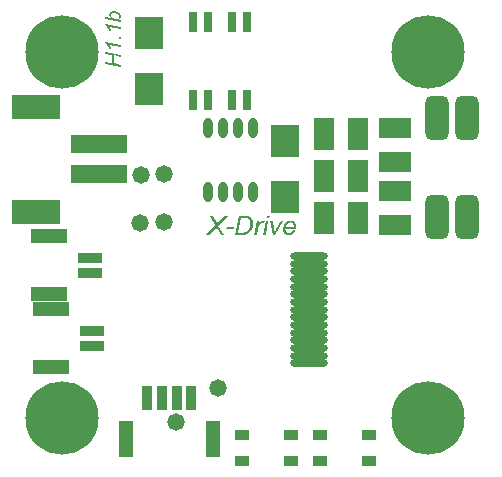
<source format=gts>
G04*
G04 #@! TF.GenerationSoftware,Altium Limited,Altium Designer,20.0.2 (26)*
G04*
G04 Layer_Color=8388736*
%FSLAX25Y25*%
%MOIN*%
G70*
G01*
G75*
%ADD30O,0.03162X0.06776*%
%ADD31O,0.03162X0.06776*%
%ADD32R,0.16154X0.07887*%
%ADD33R,0.18517X0.05918*%
%ADD34R,0.12160X0.04720*%
%ADD35R,0.07950X0.03800*%
%ADD36R,0.04720X0.12160*%
%ADD37R,0.03800X0.07950*%
%ADD38O,0.12611X0.02375*%
%ADD39R,0.10800X0.06800*%
%ADD40R,0.06800X0.10800*%
G04:AMPARAMS|DCode=41|XSize=78mil|YSize=148mil|CornerRadius=21.5mil|HoleSize=0mil|Usage=FLASHONLY|Rotation=0.000|XOffset=0mil|YOffset=0mil|HoleType=Round|Shape=RoundedRectangle|*
%AMROUNDEDRECTD41*
21,1,0.07800,0.10500,0,0,0.0*
21,1,0.03500,0.14800,0,0,0.0*
1,1,0.04300,0.01750,-0.05250*
1,1,0.04300,-0.01750,-0.05250*
1,1,0.04300,-0.01750,0.05250*
1,1,0.04300,0.01750,0.05250*
%
%ADD41ROUNDEDRECTD41*%
%ADD42R,0.04934X0.03359*%
%ADD43R,0.09461X0.10642*%
%ADD44R,0.03162X0.06706*%
%ADD45C,0.05800*%
%ADD46C,0.24422*%
G36*
X40576Y156000D02*
X40626D01*
X40681Y155994D01*
X40748Y155988D01*
X40887Y155972D01*
X41036Y155944D01*
X41197Y155911D01*
X41353Y155866D01*
X41358D01*
X41369Y155861D01*
X41392Y155850D01*
X41419Y155844D01*
X41453Y155827D01*
X41497Y155811D01*
X41591Y155772D01*
X41697Y155722D01*
X41813Y155666D01*
X41924Y155600D01*
X42035Y155528D01*
X42041D01*
X42046Y155517D01*
X42080Y155494D01*
X42130Y155456D01*
X42196Y155400D01*
X42263Y155339D01*
X42341Y155267D01*
X42413Y155189D01*
X42479Y155112D01*
X42485Y155100D01*
X42507Y155073D01*
X42535Y155034D01*
X42574Y154973D01*
X42613Y154906D01*
X42652Y154834D01*
X42690Y154751D01*
X42724Y154667D01*
X42729Y154656D01*
X42735Y154629D01*
X42751Y154584D01*
X42763Y154529D01*
X42779Y154462D01*
X42796Y154390D01*
X42801Y154312D01*
X42807Y154235D01*
Y154201D01*
X42801Y154174D01*
Y154146D01*
X42796Y154107D01*
X42785Y154024D01*
X42763Y153924D01*
X42729Y153818D01*
X42679Y153707D01*
X42618Y153602D01*
Y153596D01*
X42607Y153591D01*
X42579Y153558D01*
X42535Y153507D01*
X42474Y153446D01*
X42391Y153380D01*
X42285Y153308D01*
X42169Y153241D01*
X42030Y153180D01*
X42724Y153030D01*
Y152475D01*
X37601Y153546D01*
Y154174D01*
X39432Y153791D01*
X39427Y153796D01*
X39421Y153802D01*
X39405Y153818D01*
X39388Y153840D01*
X39338Y153896D01*
X39283Y153968D01*
X39216Y154051D01*
X39155Y154140D01*
X39094Y154235D01*
X39044Y154323D01*
Y154329D01*
X39038Y154334D01*
X39027Y154362D01*
X39005Y154412D01*
X38983Y154473D01*
X38966Y154551D01*
X38944Y154634D01*
X38933Y154723D01*
X38927Y154817D01*
Y154867D01*
X38933Y154901D01*
X38939Y154945D01*
X38950Y154995D01*
X38961Y155056D01*
X38977Y155117D01*
X38994Y155178D01*
X39022Y155250D01*
X39055Y155322D01*
X39088Y155389D01*
X39138Y155461D01*
X39188Y155533D01*
X39249Y155600D01*
X39316Y155666D01*
X39322Y155672D01*
X39333Y155683D01*
X39355Y155700D01*
X39388Y155722D01*
X39427Y155744D01*
X39477Y155772D01*
X39538Y155805D01*
X39604Y155839D01*
X39677Y155866D01*
X39766Y155900D01*
X39854Y155927D01*
X39960Y155955D01*
X40065Y155972D01*
X40187Y155988D01*
X40315Y156000D01*
X40448Y156005D01*
X40454D01*
X40470D01*
X40498D01*
X40531D01*
X40576Y156000D01*
D02*
G37*
G36*
X42724Y150605D02*
Y149978D01*
X38861Y150788D01*
X38866Y150783D01*
X38877Y150766D01*
X38900Y150733D01*
X38927Y150694D01*
X38961Y150638D01*
X39005Y150572D01*
X39050Y150494D01*
X39094Y150405D01*
X39149Y150305D01*
X39199Y150194D01*
X39255Y150072D01*
X39310Y149944D01*
X39366Y149800D01*
X39416Y149650D01*
X39466Y149484D01*
X39516Y149312D01*
X38944Y149428D01*
Y149434D01*
X38933Y149451D01*
X38927Y149473D01*
X38911Y149512D01*
X38894Y149550D01*
X38872Y149600D01*
X38844Y149661D01*
X38816Y149722D01*
X38744Y149861D01*
X38661Y150022D01*
X38567Y150189D01*
X38456Y150361D01*
X38450Y150366D01*
X38445Y150383D01*
X38428Y150405D01*
X38406Y150438D01*
X38378Y150477D01*
X38345Y150516D01*
X38273Y150621D01*
X38189Y150733D01*
X38100Y150844D01*
X38012Y150954D01*
X37923Y151049D01*
X37917Y151054D01*
X37895Y151071D01*
X37867Y151099D01*
X37828Y151132D01*
X37779Y151171D01*
X37723Y151215D01*
X37657Y151265D01*
X37584Y151310D01*
Y151676D01*
X42724Y150605D01*
D02*
G37*
G36*
Y147386D02*
Y146670D01*
X42008Y146825D01*
Y147541D01*
X42724Y147386D01*
D02*
G37*
G36*
Y144639D02*
Y144011D01*
X38861Y144822D01*
X38866Y144816D01*
X38877Y144800D01*
X38900Y144766D01*
X38927Y144727D01*
X38961Y144672D01*
X39005Y144605D01*
X39050Y144528D01*
X39094Y144439D01*
X39149Y144339D01*
X39199Y144228D01*
X39255Y144106D01*
X39310Y143978D01*
X39366Y143834D01*
X39416Y143684D01*
X39466Y143517D01*
X39516Y143345D01*
X38944Y143462D01*
Y143468D01*
X38933Y143484D01*
X38927Y143506D01*
X38911Y143545D01*
X38894Y143584D01*
X38872Y143634D01*
X38844Y143695D01*
X38816Y143756D01*
X38744Y143895D01*
X38661Y144056D01*
X38567Y144222D01*
X38456Y144394D01*
X38450Y144400D01*
X38445Y144417D01*
X38428Y144439D01*
X38406Y144472D01*
X38378Y144511D01*
X38345Y144550D01*
X38273Y144655D01*
X38189Y144766D01*
X38100Y144877D01*
X38012Y144988D01*
X37923Y145083D01*
X37917Y145088D01*
X37895Y145105D01*
X37867Y145133D01*
X37828Y145166D01*
X37779Y145205D01*
X37723Y145249D01*
X37657Y145299D01*
X37584Y145343D01*
Y145710D01*
X42724Y144639D01*
D02*
G37*
G36*
Y141458D02*
Y140781D01*
X40309Y141281D01*
Y138606D01*
X42724Y138101D01*
Y137424D01*
X37601Y138495D01*
Y139172D01*
X39732Y138728D01*
Y141403D01*
X37601Y141852D01*
Y142530D01*
X42724Y141458D01*
D02*
G37*
G36*
X92113Y86934D02*
X91329D01*
X91516Y87829D01*
X92300D01*
X92113Y86934D01*
D02*
G37*
G36*
X75283Y84526D02*
X77046Y81424D01*
X76116D01*
X75075Y83297D01*
X75068Y83311D01*
X75048Y83346D01*
X75020Y83408D01*
X74978Y83492D01*
X74930Y83596D01*
X74867Y83714D01*
X74805Y83853D01*
X74728Y84005D01*
Y83998D01*
X74714Y83991D01*
X74687Y83950D01*
X74631Y83880D01*
X74562Y83797D01*
X74479Y83693D01*
X74381Y83575D01*
X74270Y83450D01*
X74145Y83318D01*
X72362Y81424D01*
X71231D01*
X74277Y84665D01*
X72473Y87829D01*
X73417D01*
X74236Y86372D01*
X74243Y86365D01*
X74250Y86344D01*
X74263Y86316D01*
X74291Y86282D01*
X74312Y86240D01*
X74340Y86185D01*
X74409Y86073D01*
X74471Y85962D01*
X74534Y85851D01*
X74562Y85803D01*
X74583Y85761D01*
X74603Y85726D01*
X74617Y85706D01*
X74624Y85699D01*
X74638Y85671D01*
X74659Y85622D01*
X74687Y85567D01*
X74721Y85491D01*
X74763Y85407D01*
X74805Y85310D01*
X74853Y85206D01*
X74860Y85213D01*
X74867Y85227D01*
X74888Y85248D01*
X74916Y85282D01*
X74950Y85331D01*
X74992Y85379D01*
X75041Y85442D01*
X75103Y85511D01*
X75165Y85588D01*
X75242Y85671D01*
X75325Y85768D01*
X75415Y85865D01*
X75512Y85976D01*
X75624Y86094D01*
X75735Y86212D01*
X75859Y86344D01*
X77254Y87829D01*
X78386D01*
X75283Y84526D01*
D02*
G37*
G36*
X90191Y86164D02*
X90260Y86150D01*
X90343Y86129D01*
X90447Y86094D01*
X90558Y86053D01*
X90683Y85997D01*
X90357Y85261D01*
X90350Y85268D01*
X90323Y85282D01*
X90281Y85310D01*
X90225Y85338D01*
X90163Y85365D01*
X90087Y85393D01*
X90003Y85407D01*
X89913Y85414D01*
X89871D01*
X89844Y85407D01*
X89802Y85400D01*
X89760Y85386D01*
X89649Y85359D01*
X89517Y85303D01*
X89448Y85261D01*
X89372Y85220D01*
X89295Y85164D01*
X89219Y85102D01*
X89136Y85032D01*
X89052Y84949D01*
X89046Y84942D01*
X89032Y84928D01*
X89011Y84901D01*
X88983Y84859D01*
X88941Y84803D01*
X88900Y84741D01*
X88851Y84658D01*
X88803Y84567D01*
X88747Y84456D01*
X88692Y84338D01*
X88636Y84200D01*
X88574Y84047D01*
X88518Y83880D01*
X88463Y83693D01*
X88407Y83492D01*
X88358Y83277D01*
X87970Y81424D01*
X87220D01*
X88192Y86067D01*
X88900D01*
X88699Y85116D01*
X88705Y85123D01*
X88712Y85136D01*
X88733Y85164D01*
X88761Y85206D01*
X88796Y85248D01*
X88830Y85296D01*
X88921Y85414D01*
X89032Y85546D01*
X89150Y85678D01*
X89275Y85803D01*
X89399Y85907D01*
X89406D01*
X89413Y85921D01*
X89434Y85935D01*
X89462Y85948D01*
X89531Y85990D01*
X89615Y86039D01*
X89726Y86087D01*
X89844Y86129D01*
X89969Y86157D01*
X90100Y86171D01*
X90142D01*
X90191Y86164D01*
D02*
G37*
G36*
X80308Y83346D02*
X77893D01*
X78060Y84137D01*
X80468D01*
X80308Y83346D01*
D02*
G37*
G36*
X94223Y81424D02*
X93341D01*
X92585Y86067D01*
X93348D01*
X93751Y83513D01*
Y83506D01*
Y83492D01*
X93758Y83471D01*
X93765Y83429D01*
X93772Y83388D01*
X93779Y83332D01*
X93786Y83263D01*
X93799Y83186D01*
X93806Y83096D01*
X93820Y82992D01*
X93834Y82881D01*
X93848Y82756D01*
X93869Y82624D01*
X93883Y82478D01*
X93897Y82319D01*
X93917Y82145D01*
Y82152D01*
X93931Y82166D01*
X93938Y82194D01*
X93959Y82236D01*
X93980Y82277D01*
X94008Y82333D01*
X94035Y82402D01*
X94070Y82472D01*
X94112Y82555D01*
X94153Y82638D01*
X94257Y82832D01*
X94368Y83048D01*
X94493Y83277D01*
X96048Y86067D01*
X96881D01*
X94223Y81424D01*
D02*
G37*
G36*
X90961D02*
X90177D01*
X91141Y86067D01*
X91933D01*
X90961Y81424D01*
D02*
G37*
G36*
X84354Y87822D02*
X84430D01*
X84514Y87815D01*
X84680Y87801D01*
X84861Y87788D01*
X85027Y87760D01*
X85111Y87746D01*
X85180Y87725D01*
X85187D01*
X85201Y87718D01*
X85229Y87711D01*
X85270Y87697D01*
X85312Y87683D01*
X85367Y87663D01*
X85485Y87614D01*
X85624Y87552D01*
X85777Y87461D01*
X85922Y87364D01*
X86068Y87239D01*
X86075Y87232D01*
X86082Y87226D01*
X86103Y87205D01*
X86131Y87177D01*
X86159Y87142D01*
X86200Y87100D01*
X86277Y87003D01*
X86374Y86879D01*
X86464Y86726D01*
X86554Y86559D01*
X86630Y86372D01*
Y86365D01*
X86637Y86351D01*
X86651Y86323D01*
X86658Y86282D01*
X86679Y86233D01*
X86693Y86177D01*
X86707Y86108D01*
X86728Y86032D01*
X86748Y85948D01*
X86762Y85858D01*
X86797Y85664D01*
X86818Y85442D01*
X86825Y85206D01*
Y85199D01*
Y85171D01*
Y85130D01*
Y85074D01*
X86818Y85005D01*
X86811Y84928D01*
X86804Y84838D01*
X86797Y84741D01*
X86783Y84637D01*
X86769Y84526D01*
X86728Y84290D01*
X86665Y84040D01*
X86589Y83797D01*
Y83790D01*
X86575Y83769D01*
X86568Y83735D01*
X86547Y83693D01*
X86519Y83637D01*
X86492Y83575D01*
X86464Y83499D01*
X86422Y83422D01*
X86332Y83249D01*
X86228Y83061D01*
X86110Y82867D01*
X85971Y82680D01*
X85964Y82673D01*
X85957Y82659D01*
X85936Y82631D01*
X85909Y82603D01*
X85874Y82562D01*
X85832Y82513D01*
X85735Y82409D01*
X85610Y82284D01*
X85478Y82159D01*
X85333Y82034D01*
X85180Y81923D01*
X85173D01*
X85159Y81909D01*
X85138Y81896D01*
X85111Y81882D01*
X85069Y81854D01*
X85020Y81833D01*
X84965Y81805D01*
X84902Y81771D01*
X84764Y81708D01*
X84597Y81639D01*
X84410Y81576D01*
X84208Y81521D01*
X84201D01*
X84188Y81514D01*
X84167D01*
X84132Y81507D01*
X84090Y81500D01*
X84042Y81493D01*
X83979Y81479D01*
X83917Y81472D01*
X83841Y81465D01*
X83764Y81451D01*
X83584Y81437D01*
X83376Y81431D01*
X83153Y81424D01*
X80849D01*
X82182Y87829D01*
X84292D01*
X84354Y87822D01*
D02*
G37*
G36*
X99428Y86164D02*
X99497Y86157D01*
X99581Y86143D01*
X99671Y86129D01*
X99768Y86108D01*
X99872Y86080D01*
X99983Y86046D01*
X100094Y86004D01*
X100205Y85948D01*
X100316Y85893D01*
X100420Y85824D01*
X100524Y85740D01*
X100621Y85650D01*
X100628Y85643D01*
X100642Y85629D01*
X100670Y85595D01*
X100698Y85553D01*
X100739Y85504D01*
X100781Y85442D01*
X100823Y85365D01*
X100871Y85282D01*
X100920Y85185D01*
X100961Y85081D01*
X101003Y84963D01*
X101045Y84838D01*
X101073Y84706D01*
X101100Y84561D01*
X101114Y84408D01*
X101121Y84241D01*
Y84234D01*
Y84227D01*
Y84207D01*
Y84186D01*
Y84116D01*
X101114Y84026D01*
X101107Y83922D01*
X101093Y83804D01*
X101079Y83679D01*
X101059Y83547D01*
X97637Y83547D01*
Y83540D01*
Y83526D01*
X97630Y83499D01*
Y83464D01*
X97623Y83381D01*
X97616Y83297D01*
Y83290D01*
Y83270D01*
Y83235D01*
X97623Y83193D01*
Y83138D01*
X97630Y83075D01*
X97651Y82930D01*
X97693Y82770D01*
X97741Y82603D01*
X97818Y82444D01*
X97859Y82374D01*
X97915Y82305D01*
X97922Y82298D01*
X97929Y82291D01*
X97970Y82249D01*
X98033Y82201D01*
X98116Y82138D01*
X98227Y82076D01*
X98352Y82020D01*
X98491Y81979D01*
X98567Y81972D01*
X98650Y81965D01*
X98692D01*
X98720Y81972D01*
X98755D01*
X98796Y81979D01*
X98900Y82000D01*
X99025Y82027D01*
X99157Y82076D01*
X99303Y82138D01*
X99449Y82222D01*
X99455D01*
X99469Y82236D01*
X99490Y82249D01*
X99511Y82270D01*
X99587Y82333D01*
X99678Y82416D01*
X99775Y82527D01*
X99879Y82652D01*
X99976Y82812D01*
X100066Y82985D01*
X100837Y82916D01*
Y82909D01*
X100830Y82888D01*
X100816Y82860D01*
X100802Y82819D01*
X100781Y82770D01*
X100753Y82708D01*
X100719Y82638D01*
X100677Y82562D01*
X100628Y82486D01*
X100573Y82395D01*
X100510Y82305D01*
X100441Y82215D01*
X100365Y82118D01*
X100275Y82020D01*
X100177Y81923D01*
X100066Y81826D01*
X100059Y81819D01*
X100039Y81805D01*
X100004Y81778D01*
X99962Y81750D01*
X99900Y81708D01*
X99837Y81666D01*
X99754Y81618D01*
X99664Y81576D01*
X99567Y81528D01*
X99455Y81479D01*
X99338Y81437D01*
X99213Y81396D01*
X99081Y81368D01*
X98942Y81340D01*
X98796Y81327D01*
X98644Y81319D01*
X98595D01*
X98553Y81327D01*
X98512D01*
X98456Y81333D01*
X98331Y81347D01*
X98185Y81375D01*
X98026Y81417D01*
X97859Y81479D01*
X97693Y81555D01*
X97686D01*
X97672Y81569D01*
X97651Y81583D01*
X97623Y81597D01*
X97547Y81653D01*
X97450Y81729D01*
X97346Y81826D01*
X97235Y81944D01*
X97131Y82083D01*
X97040Y82243D01*
Y82249D01*
X97034Y82263D01*
X97020Y82291D01*
X97006Y82326D01*
X96992Y82367D01*
X96971Y82416D01*
X96950Y82478D01*
X96929Y82548D01*
X96888Y82701D01*
X96853Y82874D01*
X96825Y83068D01*
X96818Y83284D01*
Y83290D01*
Y83318D01*
Y83360D01*
X96825Y83415D01*
X96832Y83478D01*
X96839Y83561D01*
X96846Y83651D01*
X96860Y83749D01*
X96881Y83860D01*
X96902Y83978D01*
X96964Y84220D01*
X97006Y84352D01*
X97054Y84484D01*
X97103Y84623D01*
X97165Y84755D01*
X97172Y84762D01*
X97179Y84790D01*
X97200Y84824D01*
X97228Y84873D01*
X97263Y84928D01*
X97304Y84998D01*
X97360Y85074D01*
X97415Y85157D01*
X97547Y85331D01*
X97700Y85504D01*
X97880Y85671D01*
X97977Y85747D01*
X98081Y85817D01*
X98088Y85824D01*
X98109Y85830D01*
X98137Y85851D01*
X98179Y85872D01*
X98234Y85900D01*
X98297Y85928D01*
X98366Y85962D01*
X98442Y85997D01*
X98532Y86025D01*
X98623Y86059D01*
X98831Y86115D01*
X99053Y86157D01*
X99171Y86164D01*
X99289Y86171D01*
X99372D01*
X99428Y86164D01*
D02*
G37*
%LPC*%
G36*
X40426Y155378D02*
X40420D01*
X40404D01*
X40382D01*
X40348Y155372D01*
X40309D01*
X40265Y155367D01*
X40159Y155350D01*
X40043Y155322D01*
X39921Y155283D01*
X39804Y155228D01*
X39699Y155156D01*
X39693D01*
X39688Y155145D01*
X39660Y155117D01*
X39616Y155073D01*
X39566Y155006D01*
X39521Y154928D01*
X39477Y154840D01*
X39449Y154734D01*
X39438Y154679D01*
Y154584D01*
X39444Y154562D01*
X39449Y154501D01*
X39471Y154418D01*
X39505Y154323D01*
X39549Y154224D01*
X39616Y154118D01*
X39660Y154062D01*
X39704Y154013D01*
X39710Y154007D01*
X39715Y154001D01*
X39732Y153985D01*
X39754Y153968D01*
X39782Y153940D01*
X39815Y153913D01*
X39860Y153885D01*
X39904Y153852D01*
X39960Y153813D01*
X40021Y153779D01*
X40087Y153741D01*
X40159Y153702D01*
X40243Y153663D01*
X40326Y153624D01*
X40420Y153585D01*
X40520Y153552D01*
X40526D01*
X40537Y153546D01*
X40559Y153541D01*
X40587Y153530D01*
X40626Y153519D01*
X40665Y153502D01*
X40759Y153480D01*
X40870Y153452D01*
X40981Y153424D01*
X41098Y153408D01*
X41208Y153402D01*
X41325Y153396D01*
X41331D01*
X41347D01*
X41369D01*
X41403Y153402D01*
X41442D01*
X41486Y153408D01*
X41591Y153424D01*
X41708Y153452D01*
X41830Y153491D01*
X41947Y153546D01*
X42046Y153619D01*
X42058Y153630D01*
X42085Y153657D01*
X42124Y153707D01*
X42169Y153768D01*
X42213Y153852D01*
X42252Y153946D01*
X42280Y154051D01*
X42285Y154107D01*
X42291Y154168D01*
Y154201D01*
X42285Y154224D01*
X42280Y154285D01*
X42263Y154362D01*
X42235Y154451D01*
X42196Y154551D01*
X42141Y154656D01*
X42063Y154756D01*
X42058Y154762D01*
X42052Y154767D01*
X42041Y154784D01*
X42019Y154801D01*
X41997Y154823D01*
X41963Y154851D01*
X41924Y154884D01*
X41886Y154912D01*
X41836Y154950D01*
X41786Y154984D01*
X41725Y155023D01*
X41658Y155056D01*
X41586Y155095D01*
X41508Y155134D01*
X41425Y155167D01*
X41336Y155200D01*
X41331D01*
X41314Y155206D01*
X41286Y155217D01*
X41253Y155228D01*
X41208Y155239D01*
X41159Y155256D01*
X41098Y155272D01*
X41036Y155289D01*
X40898Y155322D01*
X40742Y155350D01*
X40587Y155372D01*
X40426Y155378D01*
D02*
G37*
G36*
X84139Y87107D02*
X82883D01*
X81849Y82145D01*
X82980D01*
X83035Y82152D01*
X83105D01*
X83188Y82159D01*
X83271D01*
X83466Y82173D01*
X83667Y82201D01*
X83875Y82229D01*
X84083Y82270D01*
X84090D01*
X84097Y82277D01*
X84139Y82284D01*
X84201Y82305D01*
X84278Y82326D01*
X84368Y82361D01*
X84465Y82402D01*
X84562Y82444D01*
X84659Y82499D01*
X84666D01*
X84673Y82506D01*
X84708Y82534D01*
X84771Y82576D01*
X84847Y82638D01*
X84930Y82714D01*
X85027Y82798D01*
X85124Y82902D01*
X85222Y83020D01*
X85229Y83027D01*
X85236Y83041D01*
X85256Y83061D01*
X85277Y83096D01*
X85305Y83138D01*
X85340Y83186D01*
X85374Y83242D01*
X85416Y83304D01*
X85499Y83450D01*
X85589Y83617D01*
X85673Y83797D01*
X85756Y83998D01*
Y84005D01*
X85763Y84026D01*
X85777Y84054D01*
X85791Y84096D01*
X85805Y84144D01*
X85818Y84207D01*
X85839Y84283D01*
X85860Y84359D01*
X85874Y84449D01*
X85895Y84547D01*
X85909Y84651D01*
X85930Y84755D01*
X85950Y84991D01*
X85957Y85248D01*
Y85255D01*
Y85282D01*
Y85324D01*
X85950Y85379D01*
Y85442D01*
X85943Y85518D01*
X85936Y85602D01*
X85922Y85692D01*
X85888Y85886D01*
X85839Y86087D01*
X85770Y86275D01*
X85728Y86365D01*
X85680Y86448D01*
Y86455D01*
X85666Y86469D01*
X85652Y86490D01*
X85631Y86518D01*
X85575Y86587D01*
X85492Y86677D01*
X85395Y86767D01*
X85277Y86858D01*
X85145Y86941D01*
X84993Y87003D01*
X84979Y87010D01*
X84958D01*
X84937Y87017D01*
X84902Y87031D01*
X84861Y87038D01*
X84812Y87045D01*
X84757Y87059D01*
X84687Y87066D01*
X84618Y87073D01*
X84541Y87087D01*
X84451Y87094D01*
X84354Y87100D01*
X84250D01*
X84139Y87107D01*
D02*
G37*
G36*
X99393Y85560D02*
X99261D01*
X99226Y85553D01*
X99178Y85546D01*
X99129Y85539D01*
X99004Y85518D01*
X98859Y85477D01*
X98706Y85414D01*
X98623Y85373D01*
X98540Y85324D01*
X98463Y85268D01*
X98380Y85206D01*
X98373Y85199D01*
X98359Y85192D01*
X98338Y85171D01*
X98310Y85136D01*
X98276Y85102D01*
X98241Y85060D01*
X98193Y85005D01*
X98144Y84942D01*
X98095Y84873D01*
X98047Y84797D01*
X97998Y84706D01*
X97943Y84609D01*
X97894Y84512D01*
X97846Y84401D01*
X97804Y84276D01*
X97762Y84151D01*
X100372Y84151D01*
Y84158D01*
Y84172D01*
X100379Y84220D01*
Y84276D01*
Y84325D01*
Y84332D01*
Y84352D01*
Y84380D01*
X100372Y84422D01*
Y84470D01*
X100365Y84533D01*
X100344Y84665D01*
X100309Y84810D01*
X100254Y84963D01*
X100177Y85109D01*
X100136Y85178D01*
X100080Y85241D01*
Y85248D01*
X100066Y85255D01*
X100025Y85289D01*
X99962Y85345D01*
X99872Y85400D01*
X99761Y85456D01*
X99629Y85511D01*
X99476Y85546D01*
X99393Y85560D01*
D02*
G37*
%LPD*%
D30*
X71723Y95636D02*
D03*
X76723D02*
D03*
X81723D02*
D03*
X86723D02*
D03*
D31*
X71724Y117211D02*
D03*
X76724D02*
D03*
X81724D02*
D03*
X86724D02*
D03*
D32*
X14525Y89006D02*
D03*
Y124202D02*
D03*
D33*
X35391Y101604D02*
D03*
Y111604D02*
D03*
D34*
X18851Y80934D02*
D03*
X18851Y61684D02*
D03*
X19330Y37320D02*
D03*
X19330Y56570D02*
D03*
D35*
X32491Y68804D02*
D03*
Y73724D02*
D03*
X32970Y49360D02*
D03*
Y44440D02*
D03*
D36*
X73484Y13530D02*
D03*
X44314D02*
D03*
D37*
X61364Y27170D02*
D03*
X66284D02*
D03*
X56444D02*
D03*
X51524D02*
D03*
D38*
X105424Y74424D02*
D03*
Y71865D02*
D03*
Y69305D02*
D03*
Y66746D02*
D03*
Y64187D02*
D03*
Y61628D02*
D03*
Y59069D02*
D03*
Y56510D02*
D03*
Y53951D02*
D03*
Y51392D02*
D03*
Y48833D02*
D03*
Y46274D02*
D03*
Y43715D02*
D03*
Y41156D02*
D03*
Y38597D02*
D03*
D39*
X134224Y84715D02*
D03*
Y96132D02*
D03*
Y117132D02*
D03*
Y105715D02*
D03*
D40*
X110515Y86924D02*
D03*
X121932D02*
D03*
X110515Y114924D02*
D03*
X121932D02*
D03*
X110515Y100924D02*
D03*
X121932D02*
D03*
D41*
X158224Y87424D02*
D03*
X148224Y120424D02*
D03*
X158224D02*
D03*
X148224Y87424D02*
D03*
D42*
X99393Y14656D02*
D03*
X83055Y14656D02*
D03*
X99392Y6191D02*
D03*
X83054Y6191D02*
D03*
X125393Y14656D02*
D03*
X109055Y14656D02*
D03*
X125392Y6191D02*
D03*
X109054Y6191D02*
D03*
D43*
X97624Y94172D02*
D03*
Y112676D02*
D03*
X52224Y148676D02*
D03*
Y130172D02*
D03*
D44*
X71724Y126394D02*
D03*
X66724D02*
D03*
Y152453D02*
D03*
X71724D02*
D03*
X79724Y152453D02*
D03*
X84724D02*
D03*
Y126394D02*
D03*
X79724D02*
D03*
D45*
X57024Y85724D02*
D03*
X49287Y85548D02*
D03*
X57124Y101604D02*
D03*
X49297Y101313D02*
D03*
X61105Y18924D02*
D03*
X75224Y30548D02*
D03*
D46*
X145247Y142447D02*
D03*
Y20400D02*
D03*
X23200D02*
D03*
Y142447D02*
D03*
M02*

</source>
